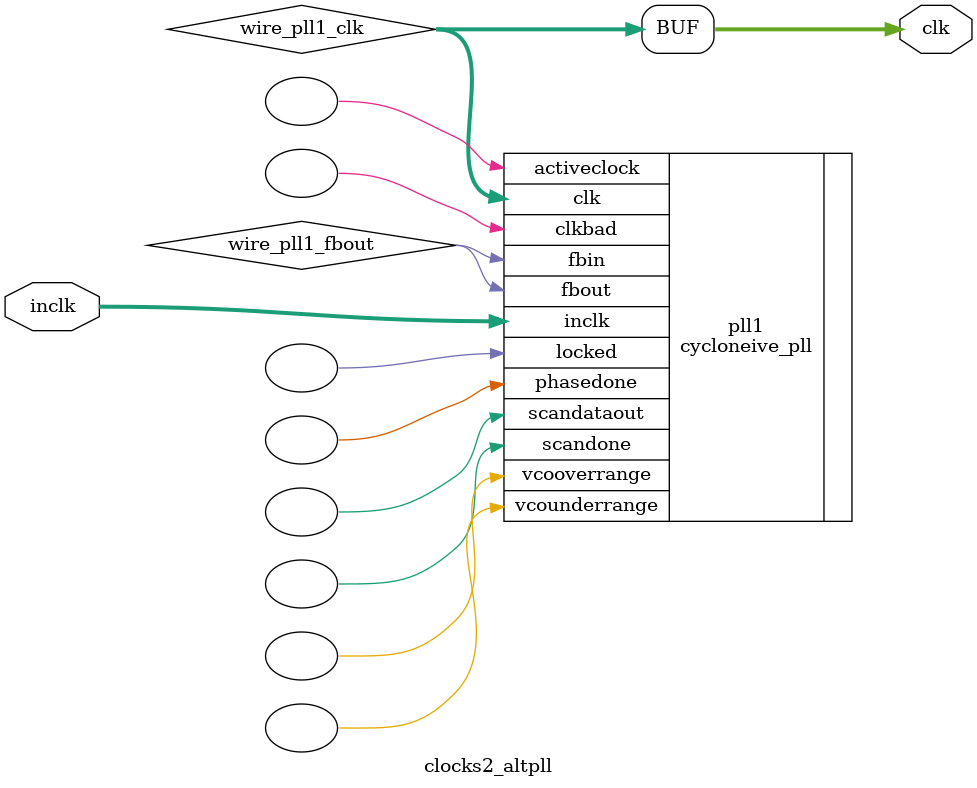
<source format=v>






//synthesis_resources = cycloneive_pll 1 
//synopsys translate_off
`timescale 1 ps / 1 ps
//synopsys translate_on
module  clocks2_altpll
	( 
	clk,
	inclk) /* synthesis synthesis_clearbox=1 */;
	output   [4:0]  clk;
	input   [1:0]  inclk;
`ifndef ALTERA_RESERVED_QIS
// synopsys translate_off
`endif
	tri0   [1:0]  inclk;
`ifndef ALTERA_RESERVED_QIS
// synopsys translate_on
`endif

	wire  [4:0]   wire_pll1_clk;
	wire  wire_pll1_fbout;

	cycloneive_pll   pll1
	( 
	.activeclock(),
	.clk(wire_pll1_clk),
	.clkbad(),
	.fbin(wire_pll1_fbout),
	.fbout(wire_pll1_fbout),
	.inclk(inclk),
	.locked(),
	.phasedone(),
	.scandataout(),
	.scandone(),
	.vcooverrange(),
	.vcounderrange()
	`ifndef FORMAL_VERIFICATION
	// synopsys translate_off
	`endif
	,
	.areset(1'b0),
	.clkswitch(1'b0),
	.configupdate(1'b0),
	.pfdena(1'b1),
	.phasecounterselect({3{1'b0}}),
	.phasestep(1'b0),
	.phaseupdown(1'b0),
	.scanclk(1'b0),
	.scanclkena(1'b1),
	.scandata(1'b0)
	`ifndef FORMAL_VERIFICATION
	// synopsys translate_on
	`endif
	);
	defparam
		pll1.bandwidth_type = "auto",
		pll1.clk0_divide_by = 1,
		pll1.clk0_duty_cycle = 50,
		pll1.clk0_multiply_by = 1,
		pll1.clk0_phase_shift = "0",
		pll1.compensate_clock = "clk0",
		pll1.inclk0_input_frequency = 20000,
		pll1.operation_mode = "normal",
		pll1.pll_type = "auto",
		pll1.lpm_type = "cycloneive_pll";
	assign
		clk = {wire_pll1_clk[4:0]};
endmodule //clocks2_altpll
//VALID FILE

</source>
